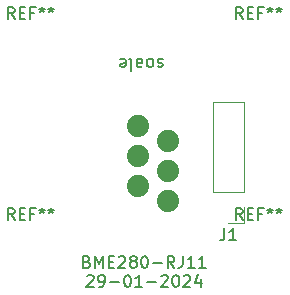
<source format=gbr>
%TF.GenerationSoftware,KiCad,Pcbnew,7.0.10-7.0.10~ubuntu22.04.1*%
%TF.CreationDate,2024-01-29T19:20:00+05:30*%
%TF.ProjectId,bir-bme280-rj11,6269722d-626d-4653-9238-302d726a3131,rev?*%
%TF.SameCoordinates,Original*%
%TF.FileFunction,Legend,Top*%
%TF.FilePolarity,Positive*%
%FSLAX46Y46*%
G04 Gerber Fmt 4.6, Leading zero omitted, Abs format (unit mm)*
G04 Created by KiCad (PCBNEW 7.0.10-7.0.10~ubuntu22.04.1) date 2024-01-29 19:20:00*
%MOMM*%
%LPD*%
G01*
G04 APERTURE LIST*
%ADD10C,0.200000*%
%ADD11C,0.150000*%
%ADD12C,0.120000*%
%ADD13C,1.879600*%
G04 APERTURE END LIST*
D10*
X67595523Y-35486400D02*
X67500285Y-35438780D01*
X67500285Y-35438780D02*
X67309809Y-35438780D01*
X67309809Y-35438780D02*
X67214571Y-35486400D01*
X67214571Y-35486400D02*
X67166952Y-35581638D01*
X67166952Y-35581638D02*
X67166952Y-35629257D01*
X67166952Y-35629257D02*
X67214571Y-35724495D01*
X67214571Y-35724495D02*
X67309809Y-35772114D01*
X67309809Y-35772114D02*
X67452666Y-35772114D01*
X67452666Y-35772114D02*
X67547904Y-35819733D01*
X67547904Y-35819733D02*
X67595523Y-35914971D01*
X67595523Y-35914971D02*
X67595523Y-35962590D01*
X67595523Y-35962590D02*
X67547904Y-36057828D01*
X67547904Y-36057828D02*
X67452666Y-36105447D01*
X67452666Y-36105447D02*
X67309809Y-36105447D01*
X67309809Y-36105447D02*
X67214571Y-36057828D01*
X66595523Y-35438780D02*
X66690761Y-35486400D01*
X66690761Y-35486400D02*
X66738380Y-35534019D01*
X66738380Y-35534019D02*
X66785999Y-35629257D01*
X66785999Y-35629257D02*
X66785999Y-35914971D01*
X66785999Y-35914971D02*
X66738380Y-36010209D01*
X66738380Y-36010209D02*
X66690761Y-36057828D01*
X66690761Y-36057828D02*
X66595523Y-36105447D01*
X66595523Y-36105447D02*
X66452666Y-36105447D01*
X66452666Y-36105447D02*
X66357428Y-36057828D01*
X66357428Y-36057828D02*
X66309809Y-36010209D01*
X66309809Y-36010209D02*
X66262190Y-35914971D01*
X66262190Y-35914971D02*
X66262190Y-35629257D01*
X66262190Y-35629257D02*
X66309809Y-35534019D01*
X66309809Y-35534019D02*
X66357428Y-35486400D01*
X66357428Y-35486400D02*
X66452666Y-35438780D01*
X66452666Y-35438780D02*
X66595523Y-35438780D01*
X65405047Y-35438780D02*
X65405047Y-35962590D01*
X65405047Y-35962590D02*
X65452666Y-36057828D01*
X65452666Y-36057828D02*
X65547904Y-36105447D01*
X65547904Y-36105447D02*
X65738380Y-36105447D01*
X65738380Y-36105447D02*
X65833618Y-36057828D01*
X65405047Y-35486400D02*
X65500285Y-35438780D01*
X65500285Y-35438780D02*
X65738380Y-35438780D01*
X65738380Y-35438780D02*
X65833618Y-35486400D01*
X65833618Y-35486400D02*
X65881237Y-35581638D01*
X65881237Y-35581638D02*
X65881237Y-35676876D01*
X65881237Y-35676876D02*
X65833618Y-35772114D01*
X65833618Y-35772114D02*
X65738380Y-35819733D01*
X65738380Y-35819733D02*
X65500285Y-35819733D01*
X65500285Y-35819733D02*
X65405047Y-35867352D01*
X64785999Y-35438780D02*
X64881237Y-35486400D01*
X64881237Y-35486400D02*
X64928856Y-35581638D01*
X64928856Y-35581638D02*
X64928856Y-36438780D01*
X64024094Y-35486400D02*
X64119332Y-35438780D01*
X64119332Y-35438780D02*
X64309808Y-35438780D01*
X64309808Y-35438780D02*
X64405046Y-35486400D01*
X64405046Y-35486400D02*
X64452665Y-35581638D01*
X64452665Y-35581638D02*
X64452665Y-35962590D01*
X64452665Y-35962590D02*
X64405046Y-36057828D01*
X64405046Y-36057828D02*
X64309808Y-36105447D01*
X64309808Y-36105447D02*
X64119332Y-36105447D01*
X64119332Y-36105447D02*
X64024094Y-36057828D01*
X64024094Y-36057828D02*
X63976475Y-35962590D01*
X63976475Y-35962590D02*
X63976475Y-35867352D01*
X63976475Y-35867352D02*
X64452665Y-35772114D01*
X61206666Y-52597409D02*
X61349523Y-52645028D01*
X61349523Y-52645028D02*
X61397142Y-52692647D01*
X61397142Y-52692647D02*
X61444761Y-52787885D01*
X61444761Y-52787885D02*
X61444761Y-52930742D01*
X61444761Y-52930742D02*
X61397142Y-53025980D01*
X61397142Y-53025980D02*
X61349523Y-53073600D01*
X61349523Y-53073600D02*
X61254285Y-53121219D01*
X61254285Y-53121219D02*
X60873333Y-53121219D01*
X60873333Y-53121219D02*
X60873333Y-52121219D01*
X60873333Y-52121219D02*
X61206666Y-52121219D01*
X61206666Y-52121219D02*
X61301904Y-52168838D01*
X61301904Y-52168838D02*
X61349523Y-52216457D01*
X61349523Y-52216457D02*
X61397142Y-52311695D01*
X61397142Y-52311695D02*
X61397142Y-52406933D01*
X61397142Y-52406933D02*
X61349523Y-52502171D01*
X61349523Y-52502171D02*
X61301904Y-52549790D01*
X61301904Y-52549790D02*
X61206666Y-52597409D01*
X61206666Y-52597409D02*
X60873333Y-52597409D01*
X61873333Y-53121219D02*
X61873333Y-52121219D01*
X61873333Y-52121219D02*
X62206666Y-52835504D01*
X62206666Y-52835504D02*
X62539999Y-52121219D01*
X62539999Y-52121219D02*
X62539999Y-53121219D01*
X63016190Y-52597409D02*
X63349523Y-52597409D01*
X63492380Y-53121219D02*
X63016190Y-53121219D01*
X63016190Y-53121219D02*
X63016190Y-52121219D01*
X63016190Y-52121219D02*
X63492380Y-52121219D01*
X63873333Y-52216457D02*
X63920952Y-52168838D01*
X63920952Y-52168838D02*
X64016190Y-52121219D01*
X64016190Y-52121219D02*
X64254285Y-52121219D01*
X64254285Y-52121219D02*
X64349523Y-52168838D01*
X64349523Y-52168838D02*
X64397142Y-52216457D01*
X64397142Y-52216457D02*
X64444761Y-52311695D01*
X64444761Y-52311695D02*
X64444761Y-52406933D01*
X64444761Y-52406933D02*
X64397142Y-52549790D01*
X64397142Y-52549790D02*
X63825714Y-53121219D01*
X63825714Y-53121219D02*
X64444761Y-53121219D01*
X65016190Y-52549790D02*
X64920952Y-52502171D01*
X64920952Y-52502171D02*
X64873333Y-52454552D01*
X64873333Y-52454552D02*
X64825714Y-52359314D01*
X64825714Y-52359314D02*
X64825714Y-52311695D01*
X64825714Y-52311695D02*
X64873333Y-52216457D01*
X64873333Y-52216457D02*
X64920952Y-52168838D01*
X64920952Y-52168838D02*
X65016190Y-52121219D01*
X65016190Y-52121219D02*
X65206666Y-52121219D01*
X65206666Y-52121219D02*
X65301904Y-52168838D01*
X65301904Y-52168838D02*
X65349523Y-52216457D01*
X65349523Y-52216457D02*
X65397142Y-52311695D01*
X65397142Y-52311695D02*
X65397142Y-52359314D01*
X65397142Y-52359314D02*
X65349523Y-52454552D01*
X65349523Y-52454552D02*
X65301904Y-52502171D01*
X65301904Y-52502171D02*
X65206666Y-52549790D01*
X65206666Y-52549790D02*
X65016190Y-52549790D01*
X65016190Y-52549790D02*
X64920952Y-52597409D01*
X64920952Y-52597409D02*
X64873333Y-52645028D01*
X64873333Y-52645028D02*
X64825714Y-52740266D01*
X64825714Y-52740266D02*
X64825714Y-52930742D01*
X64825714Y-52930742D02*
X64873333Y-53025980D01*
X64873333Y-53025980D02*
X64920952Y-53073600D01*
X64920952Y-53073600D02*
X65016190Y-53121219D01*
X65016190Y-53121219D02*
X65206666Y-53121219D01*
X65206666Y-53121219D02*
X65301904Y-53073600D01*
X65301904Y-53073600D02*
X65349523Y-53025980D01*
X65349523Y-53025980D02*
X65397142Y-52930742D01*
X65397142Y-52930742D02*
X65397142Y-52740266D01*
X65397142Y-52740266D02*
X65349523Y-52645028D01*
X65349523Y-52645028D02*
X65301904Y-52597409D01*
X65301904Y-52597409D02*
X65206666Y-52549790D01*
X66016190Y-52121219D02*
X66111428Y-52121219D01*
X66111428Y-52121219D02*
X66206666Y-52168838D01*
X66206666Y-52168838D02*
X66254285Y-52216457D01*
X66254285Y-52216457D02*
X66301904Y-52311695D01*
X66301904Y-52311695D02*
X66349523Y-52502171D01*
X66349523Y-52502171D02*
X66349523Y-52740266D01*
X66349523Y-52740266D02*
X66301904Y-52930742D01*
X66301904Y-52930742D02*
X66254285Y-53025980D01*
X66254285Y-53025980D02*
X66206666Y-53073600D01*
X66206666Y-53073600D02*
X66111428Y-53121219D01*
X66111428Y-53121219D02*
X66016190Y-53121219D01*
X66016190Y-53121219D02*
X65920952Y-53073600D01*
X65920952Y-53073600D02*
X65873333Y-53025980D01*
X65873333Y-53025980D02*
X65825714Y-52930742D01*
X65825714Y-52930742D02*
X65778095Y-52740266D01*
X65778095Y-52740266D02*
X65778095Y-52502171D01*
X65778095Y-52502171D02*
X65825714Y-52311695D01*
X65825714Y-52311695D02*
X65873333Y-52216457D01*
X65873333Y-52216457D02*
X65920952Y-52168838D01*
X65920952Y-52168838D02*
X66016190Y-52121219D01*
X66778095Y-52740266D02*
X67540000Y-52740266D01*
X68587618Y-53121219D02*
X68254285Y-52645028D01*
X68016190Y-53121219D02*
X68016190Y-52121219D01*
X68016190Y-52121219D02*
X68397142Y-52121219D01*
X68397142Y-52121219D02*
X68492380Y-52168838D01*
X68492380Y-52168838D02*
X68539999Y-52216457D01*
X68539999Y-52216457D02*
X68587618Y-52311695D01*
X68587618Y-52311695D02*
X68587618Y-52454552D01*
X68587618Y-52454552D02*
X68539999Y-52549790D01*
X68539999Y-52549790D02*
X68492380Y-52597409D01*
X68492380Y-52597409D02*
X68397142Y-52645028D01*
X68397142Y-52645028D02*
X68016190Y-52645028D01*
X69301904Y-52121219D02*
X69301904Y-52835504D01*
X69301904Y-52835504D02*
X69254285Y-52978361D01*
X69254285Y-52978361D02*
X69159047Y-53073600D01*
X69159047Y-53073600D02*
X69016190Y-53121219D01*
X69016190Y-53121219D02*
X68920952Y-53121219D01*
X70301904Y-53121219D02*
X69730476Y-53121219D01*
X70016190Y-53121219D02*
X70016190Y-52121219D01*
X70016190Y-52121219D02*
X69920952Y-52264076D01*
X69920952Y-52264076D02*
X69825714Y-52359314D01*
X69825714Y-52359314D02*
X69730476Y-52406933D01*
X71254285Y-53121219D02*
X70682857Y-53121219D01*
X70968571Y-53121219D02*
X70968571Y-52121219D01*
X70968571Y-52121219D02*
X70873333Y-52264076D01*
X70873333Y-52264076D02*
X70778095Y-52359314D01*
X70778095Y-52359314D02*
X70682857Y-52406933D01*
X61182857Y-53826457D02*
X61230476Y-53778838D01*
X61230476Y-53778838D02*
X61325714Y-53731219D01*
X61325714Y-53731219D02*
X61563809Y-53731219D01*
X61563809Y-53731219D02*
X61659047Y-53778838D01*
X61659047Y-53778838D02*
X61706666Y-53826457D01*
X61706666Y-53826457D02*
X61754285Y-53921695D01*
X61754285Y-53921695D02*
X61754285Y-54016933D01*
X61754285Y-54016933D02*
X61706666Y-54159790D01*
X61706666Y-54159790D02*
X61135238Y-54731219D01*
X61135238Y-54731219D02*
X61754285Y-54731219D01*
X62230476Y-54731219D02*
X62420952Y-54731219D01*
X62420952Y-54731219D02*
X62516190Y-54683600D01*
X62516190Y-54683600D02*
X62563809Y-54635980D01*
X62563809Y-54635980D02*
X62659047Y-54493123D01*
X62659047Y-54493123D02*
X62706666Y-54302647D01*
X62706666Y-54302647D02*
X62706666Y-53921695D01*
X62706666Y-53921695D02*
X62659047Y-53826457D01*
X62659047Y-53826457D02*
X62611428Y-53778838D01*
X62611428Y-53778838D02*
X62516190Y-53731219D01*
X62516190Y-53731219D02*
X62325714Y-53731219D01*
X62325714Y-53731219D02*
X62230476Y-53778838D01*
X62230476Y-53778838D02*
X62182857Y-53826457D01*
X62182857Y-53826457D02*
X62135238Y-53921695D01*
X62135238Y-53921695D02*
X62135238Y-54159790D01*
X62135238Y-54159790D02*
X62182857Y-54255028D01*
X62182857Y-54255028D02*
X62230476Y-54302647D01*
X62230476Y-54302647D02*
X62325714Y-54350266D01*
X62325714Y-54350266D02*
X62516190Y-54350266D01*
X62516190Y-54350266D02*
X62611428Y-54302647D01*
X62611428Y-54302647D02*
X62659047Y-54255028D01*
X62659047Y-54255028D02*
X62706666Y-54159790D01*
X63135238Y-54350266D02*
X63897143Y-54350266D01*
X64563809Y-53731219D02*
X64659047Y-53731219D01*
X64659047Y-53731219D02*
X64754285Y-53778838D01*
X64754285Y-53778838D02*
X64801904Y-53826457D01*
X64801904Y-53826457D02*
X64849523Y-53921695D01*
X64849523Y-53921695D02*
X64897142Y-54112171D01*
X64897142Y-54112171D02*
X64897142Y-54350266D01*
X64897142Y-54350266D02*
X64849523Y-54540742D01*
X64849523Y-54540742D02*
X64801904Y-54635980D01*
X64801904Y-54635980D02*
X64754285Y-54683600D01*
X64754285Y-54683600D02*
X64659047Y-54731219D01*
X64659047Y-54731219D02*
X64563809Y-54731219D01*
X64563809Y-54731219D02*
X64468571Y-54683600D01*
X64468571Y-54683600D02*
X64420952Y-54635980D01*
X64420952Y-54635980D02*
X64373333Y-54540742D01*
X64373333Y-54540742D02*
X64325714Y-54350266D01*
X64325714Y-54350266D02*
X64325714Y-54112171D01*
X64325714Y-54112171D02*
X64373333Y-53921695D01*
X64373333Y-53921695D02*
X64420952Y-53826457D01*
X64420952Y-53826457D02*
X64468571Y-53778838D01*
X64468571Y-53778838D02*
X64563809Y-53731219D01*
X65849523Y-54731219D02*
X65278095Y-54731219D01*
X65563809Y-54731219D02*
X65563809Y-53731219D01*
X65563809Y-53731219D02*
X65468571Y-53874076D01*
X65468571Y-53874076D02*
X65373333Y-53969314D01*
X65373333Y-53969314D02*
X65278095Y-54016933D01*
X66278095Y-54350266D02*
X67040000Y-54350266D01*
X67468571Y-53826457D02*
X67516190Y-53778838D01*
X67516190Y-53778838D02*
X67611428Y-53731219D01*
X67611428Y-53731219D02*
X67849523Y-53731219D01*
X67849523Y-53731219D02*
X67944761Y-53778838D01*
X67944761Y-53778838D02*
X67992380Y-53826457D01*
X67992380Y-53826457D02*
X68039999Y-53921695D01*
X68039999Y-53921695D02*
X68039999Y-54016933D01*
X68039999Y-54016933D02*
X67992380Y-54159790D01*
X67992380Y-54159790D02*
X67420952Y-54731219D01*
X67420952Y-54731219D02*
X68039999Y-54731219D01*
X68659047Y-53731219D02*
X68754285Y-53731219D01*
X68754285Y-53731219D02*
X68849523Y-53778838D01*
X68849523Y-53778838D02*
X68897142Y-53826457D01*
X68897142Y-53826457D02*
X68944761Y-53921695D01*
X68944761Y-53921695D02*
X68992380Y-54112171D01*
X68992380Y-54112171D02*
X68992380Y-54350266D01*
X68992380Y-54350266D02*
X68944761Y-54540742D01*
X68944761Y-54540742D02*
X68897142Y-54635980D01*
X68897142Y-54635980D02*
X68849523Y-54683600D01*
X68849523Y-54683600D02*
X68754285Y-54731219D01*
X68754285Y-54731219D02*
X68659047Y-54731219D01*
X68659047Y-54731219D02*
X68563809Y-54683600D01*
X68563809Y-54683600D02*
X68516190Y-54635980D01*
X68516190Y-54635980D02*
X68468571Y-54540742D01*
X68468571Y-54540742D02*
X68420952Y-54350266D01*
X68420952Y-54350266D02*
X68420952Y-54112171D01*
X68420952Y-54112171D02*
X68468571Y-53921695D01*
X68468571Y-53921695D02*
X68516190Y-53826457D01*
X68516190Y-53826457D02*
X68563809Y-53778838D01*
X68563809Y-53778838D02*
X68659047Y-53731219D01*
X69373333Y-53826457D02*
X69420952Y-53778838D01*
X69420952Y-53778838D02*
X69516190Y-53731219D01*
X69516190Y-53731219D02*
X69754285Y-53731219D01*
X69754285Y-53731219D02*
X69849523Y-53778838D01*
X69849523Y-53778838D02*
X69897142Y-53826457D01*
X69897142Y-53826457D02*
X69944761Y-53921695D01*
X69944761Y-53921695D02*
X69944761Y-54016933D01*
X69944761Y-54016933D02*
X69897142Y-54159790D01*
X69897142Y-54159790D02*
X69325714Y-54731219D01*
X69325714Y-54731219D02*
X69944761Y-54731219D01*
X70801904Y-54064552D02*
X70801904Y-54731219D01*
X70563809Y-53683600D02*
X70325714Y-54397885D01*
X70325714Y-54397885D02*
X70944761Y-54397885D01*
D11*
X74358666Y-49086819D02*
X74025333Y-48610628D01*
X73787238Y-49086819D02*
X73787238Y-48086819D01*
X73787238Y-48086819D02*
X74168190Y-48086819D01*
X74168190Y-48086819D02*
X74263428Y-48134438D01*
X74263428Y-48134438D02*
X74311047Y-48182057D01*
X74311047Y-48182057D02*
X74358666Y-48277295D01*
X74358666Y-48277295D02*
X74358666Y-48420152D01*
X74358666Y-48420152D02*
X74311047Y-48515390D01*
X74311047Y-48515390D02*
X74263428Y-48563009D01*
X74263428Y-48563009D02*
X74168190Y-48610628D01*
X74168190Y-48610628D02*
X73787238Y-48610628D01*
X74787238Y-48563009D02*
X75120571Y-48563009D01*
X75263428Y-49086819D02*
X74787238Y-49086819D01*
X74787238Y-49086819D02*
X74787238Y-48086819D01*
X74787238Y-48086819D02*
X75263428Y-48086819D01*
X76025333Y-48563009D02*
X75692000Y-48563009D01*
X75692000Y-49086819D02*
X75692000Y-48086819D01*
X75692000Y-48086819D02*
X76168190Y-48086819D01*
X76692000Y-48086819D02*
X76692000Y-48324914D01*
X76453905Y-48229676D02*
X76692000Y-48324914D01*
X76692000Y-48324914D02*
X76930095Y-48229676D01*
X76549143Y-48515390D02*
X76692000Y-48324914D01*
X76692000Y-48324914D02*
X76834857Y-48515390D01*
X77453905Y-48086819D02*
X77453905Y-48324914D01*
X77215810Y-48229676D02*
X77453905Y-48324914D01*
X77453905Y-48324914D02*
X77692000Y-48229676D01*
X77311048Y-48515390D02*
X77453905Y-48324914D01*
X77453905Y-48324914D02*
X77596762Y-48515390D01*
X74358666Y-32068819D02*
X74025333Y-31592628D01*
X73787238Y-32068819D02*
X73787238Y-31068819D01*
X73787238Y-31068819D02*
X74168190Y-31068819D01*
X74168190Y-31068819D02*
X74263428Y-31116438D01*
X74263428Y-31116438D02*
X74311047Y-31164057D01*
X74311047Y-31164057D02*
X74358666Y-31259295D01*
X74358666Y-31259295D02*
X74358666Y-31402152D01*
X74358666Y-31402152D02*
X74311047Y-31497390D01*
X74311047Y-31497390D02*
X74263428Y-31545009D01*
X74263428Y-31545009D02*
X74168190Y-31592628D01*
X74168190Y-31592628D02*
X73787238Y-31592628D01*
X74787238Y-31545009D02*
X75120571Y-31545009D01*
X75263428Y-32068819D02*
X74787238Y-32068819D01*
X74787238Y-32068819D02*
X74787238Y-31068819D01*
X74787238Y-31068819D02*
X75263428Y-31068819D01*
X76025333Y-31545009D02*
X75692000Y-31545009D01*
X75692000Y-32068819D02*
X75692000Y-31068819D01*
X75692000Y-31068819D02*
X76168190Y-31068819D01*
X76692000Y-31068819D02*
X76692000Y-31306914D01*
X76453905Y-31211676D02*
X76692000Y-31306914D01*
X76692000Y-31306914D02*
X76930095Y-31211676D01*
X76549143Y-31497390D02*
X76692000Y-31306914D01*
X76692000Y-31306914D02*
X76834857Y-31497390D01*
X77453905Y-31068819D02*
X77453905Y-31306914D01*
X77215810Y-31211676D02*
X77453905Y-31306914D01*
X77453905Y-31306914D02*
X77692000Y-31211676D01*
X77311048Y-31497390D02*
X77453905Y-31306914D01*
X77453905Y-31306914D02*
X77596762Y-31497390D01*
X55054666Y-49086819D02*
X54721333Y-48610628D01*
X54483238Y-49086819D02*
X54483238Y-48086819D01*
X54483238Y-48086819D02*
X54864190Y-48086819D01*
X54864190Y-48086819D02*
X54959428Y-48134438D01*
X54959428Y-48134438D02*
X55007047Y-48182057D01*
X55007047Y-48182057D02*
X55054666Y-48277295D01*
X55054666Y-48277295D02*
X55054666Y-48420152D01*
X55054666Y-48420152D02*
X55007047Y-48515390D01*
X55007047Y-48515390D02*
X54959428Y-48563009D01*
X54959428Y-48563009D02*
X54864190Y-48610628D01*
X54864190Y-48610628D02*
X54483238Y-48610628D01*
X55483238Y-48563009D02*
X55816571Y-48563009D01*
X55959428Y-49086819D02*
X55483238Y-49086819D01*
X55483238Y-49086819D02*
X55483238Y-48086819D01*
X55483238Y-48086819D02*
X55959428Y-48086819D01*
X56721333Y-48563009D02*
X56388000Y-48563009D01*
X56388000Y-49086819D02*
X56388000Y-48086819D01*
X56388000Y-48086819D02*
X56864190Y-48086819D01*
X57388000Y-48086819D02*
X57388000Y-48324914D01*
X57149905Y-48229676D02*
X57388000Y-48324914D01*
X57388000Y-48324914D02*
X57626095Y-48229676D01*
X57245143Y-48515390D02*
X57388000Y-48324914D01*
X57388000Y-48324914D02*
X57530857Y-48515390D01*
X58149905Y-48086819D02*
X58149905Y-48324914D01*
X57911810Y-48229676D02*
X58149905Y-48324914D01*
X58149905Y-48324914D02*
X58388000Y-48229676D01*
X58007048Y-48515390D02*
X58149905Y-48324914D01*
X58149905Y-48324914D02*
X58292762Y-48515390D01*
X55054666Y-32068819D02*
X54721333Y-31592628D01*
X54483238Y-32068819D02*
X54483238Y-31068819D01*
X54483238Y-31068819D02*
X54864190Y-31068819D01*
X54864190Y-31068819D02*
X54959428Y-31116438D01*
X54959428Y-31116438D02*
X55007047Y-31164057D01*
X55007047Y-31164057D02*
X55054666Y-31259295D01*
X55054666Y-31259295D02*
X55054666Y-31402152D01*
X55054666Y-31402152D02*
X55007047Y-31497390D01*
X55007047Y-31497390D02*
X54959428Y-31545009D01*
X54959428Y-31545009D02*
X54864190Y-31592628D01*
X54864190Y-31592628D02*
X54483238Y-31592628D01*
X55483238Y-31545009D02*
X55816571Y-31545009D01*
X55959428Y-32068819D02*
X55483238Y-32068819D01*
X55483238Y-32068819D02*
X55483238Y-31068819D01*
X55483238Y-31068819D02*
X55959428Y-31068819D01*
X56721333Y-31545009D02*
X56388000Y-31545009D01*
X56388000Y-32068819D02*
X56388000Y-31068819D01*
X56388000Y-31068819D02*
X56864190Y-31068819D01*
X57388000Y-31068819D02*
X57388000Y-31306914D01*
X57149905Y-31211676D02*
X57388000Y-31306914D01*
X57388000Y-31306914D02*
X57626095Y-31211676D01*
X57245143Y-31497390D02*
X57388000Y-31306914D01*
X57388000Y-31306914D02*
X57530857Y-31497390D01*
X58149905Y-31068819D02*
X58149905Y-31306914D01*
X57911810Y-31211676D02*
X58149905Y-31306914D01*
X58149905Y-31306914D02*
X58388000Y-31211676D01*
X58007048Y-31497390D02*
X58149905Y-31306914D01*
X58149905Y-31306914D02*
X58292762Y-31497390D01*
X72818666Y-49790819D02*
X72818666Y-50505104D01*
X72818666Y-50505104D02*
X72771047Y-50647961D01*
X72771047Y-50647961D02*
X72675809Y-50743200D01*
X72675809Y-50743200D02*
X72532952Y-50790819D01*
X72532952Y-50790819D02*
X72437714Y-50790819D01*
X73818666Y-50790819D02*
X73247238Y-50790819D01*
X73532952Y-50790819D02*
X73532952Y-49790819D01*
X73532952Y-49790819D02*
X73437714Y-49933676D01*
X73437714Y-49933676D02*
X73342476Y-50028914D01*
X73342476Y-50028914D02*
X73247238Y-50076533D01*
D12*
%TO.C,J1*%
X71822000Y-46736000D02*
X71822000Y-39056000D01*
X74482000Y-48006000D02*
X74482000Y-49336000D01*
X74482000Y-39056000D02*
X71822000Y-39056000D01*
X74482000Y-46736000D02*
X71822000Y-46736000D01*
X74482000Y-49336000D02*
X73152000Y-49336000D01*
X74482000Y-46736000D02*
X74482000Y-39056000D01*
%TD*%
D13*
%TO.C,J2*%
X68072000Y-47498000D03*
X65532000Y-46228000D03*
X68072000Y-44958000D03*
X65532000Y-43688000D03*
X68072000Y-42418000D03*
X65532000Y-41148000D03*
%TD*%
M02*

</source>
